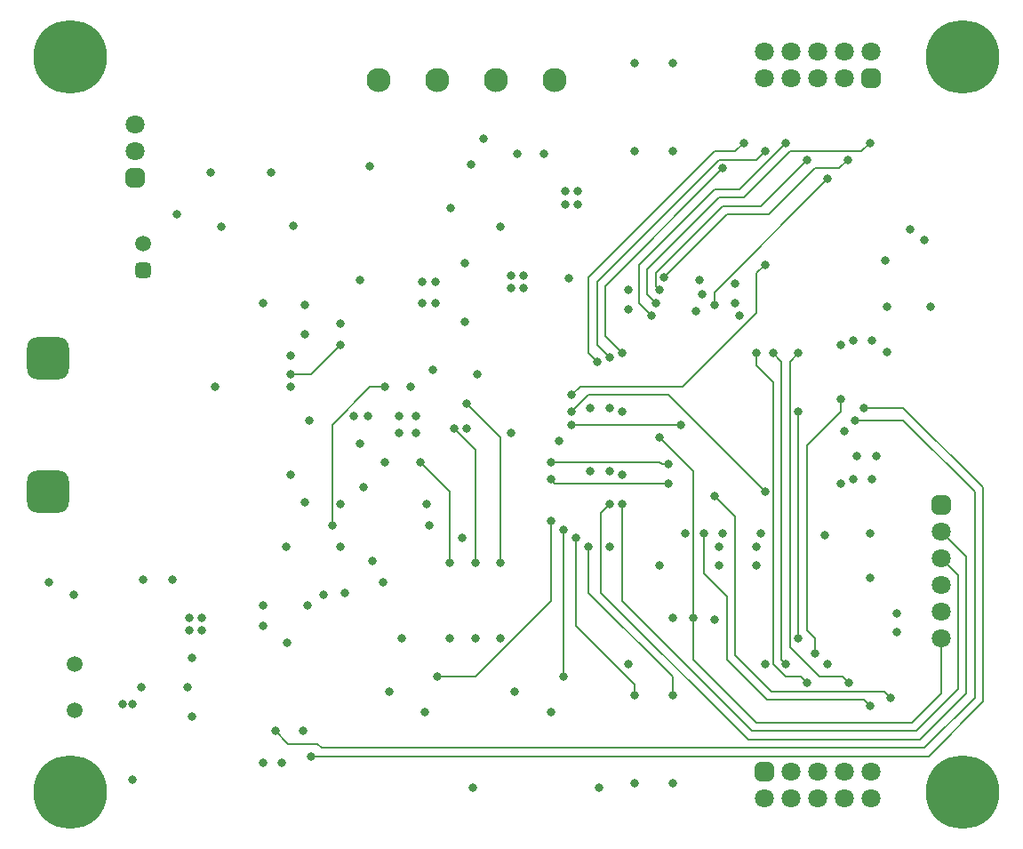
<source format=gbl>
G04*
G04 #@! TF.GenerationSoftware,Altium Limited,Altium Designer,20.2.8 (258)*
G04*
G04 Layer_Physical_Order=4*
G04 Layer_Color=16711680*
%FSLAX44Y44*%
%MOMM*%
G71*
G04*
G04 #@! TF.SameCoordinates,D94C3FF0-480C-42D2-A4DF-6CDED05E9D2A*
G04*
G04*
G04 #@! TF.FilePolarity,Positive*
G04*
G01*
G75*
%ADD11C,0.2000*%
%ADD86C,0.1500*%
%ADD91C,1.8000*%
G04:AMPARAMS|DCode=92|XSize=4mm|YSize=4mm|CornerRadius=1mm|HoleSize=0mm|Usage=FLASHONLY|Rotation=270.000|XOffset=0mm|YOffset=0mm|HoleType=Round|Shape=RoundedRectangle|*
%AMROUNDEDRECTD92*
21,1,4.0000,2.0000,0,0,270.0*
21,1,2.0000,4.0000,0,0,270.0*
1,1,2.0000,-1.0000,-1.0000*
1,1,2.0000,-1.0000,1.0000*
1,1,2.0000,1.0000,1.0000*
1,1,2.0000,1.0000,-1.0000*
%
%ADD92ROUNDEDRECTD92*%
G04:AMPARAMS|DCode=93|XSize=1.5mm|YSize=1.5mm|CornerRadius=0.375mm|HoleSize=0mm|Usage=FLASHONLY|Rotation=90.000|XOffset=0mm|YOffset=0mm|HoleType=Round|Shape=RoundedRectangle|*
%AMROUNDEDRECTD93*
21,1,1.5000,0.7500,0,0,90.0*
21,1,0.7500,1.5000,0,0,90.0*
1,1,0.7500,0.3750,0.3750*
1,1,0.7500,0.3750,-0.3750*
1,1,0.7500,-0.3750,-0.3750*
1,1,0.7500,-0.3750,0.3750*
%
%ADD93ROUNDEDRECTD93*%
%ADD94C,2.3000*%
%ADD95C,1.5000*%
G04:AMPARAMS|DCode=96|XSize=1.8mm|YSize=1.8mm|CornerRadius=0.45mm|HoleSize=0mm|Usage=FLASHONLY|Rotation=90.000|XOffset=0mm|YOffset=0mm|HoleType=Round|Shape=RoundedRectangle|*
%AMROUNDEDRECTD96*
21,1,1.8000,0.9000,0,0,90.0*
21,1,0.9000,1.8000,0,0,90.0*
1,1,0.9000,0.4500,0.4500*
1,1,0.9000,0.4500,-0.4500*
1,1,0.9000,-0.4500,-0.4500*
1,1,0.9000,-0.4500,0.4500*
%
%ADD96ROUNDEDRECTD96*%
G04:AMPARAMS|DCode=97|XSize=1.8mm|YSize=1.8mm|CornerRadius=0.45mm|HoleSize=0mm|Usage=FLASHONLY|Rotation=180.000|XOffset=0mm|YOffset=0mm|HoleType=Round|Shape=RoundedRectangle|*
%AMROUNDEDRECTD97*
21,1,1.8000,0.9000,0,0,180.0*
21,1,0.9000,1.8000,0,0,180.0*
1,1,0.9000,-0.4500,0.4500*
1,1,0.9000,0.4500,0.4500*
1,1,0.9000,0.4500,-0.4500*
1,1,0.9000,-0.4500,-0.4500*
%
%ADD97ROUNDEDRECTD97*%
%ADD98C,7.0000*%
%ADD99C,0.8000*%
D11*
X664000Y114000D02*
Y126000D01*
X772000Y234000D01*
X704000Y56000D02*
Y68000D01*
Y56000D02*
X720000Y40000D01*
Y-228000D02*
Y40000D01*
Y-228000D02*
X732000Y-240000D01*
X746000D01*
X752000Y-246000D01*
X798000Y4000D02*
X844000D01*
X912000Y-64000D01*
Y-260000D02*
Y-64000D01*
X864000Y-308000D02*
X912000Y-260000D01*
X290000Y-308000D02*
X864000D01*
X286000Y-304000D02*
X290000Y-308000D01*
X258000Y-304000D02*
X286000D01*
X246000Y-292000D02*
X258000Y-304000D01*
X576000Y-168000D02*
Y-76000D01*
Y-168000D02*
X700000Y-292000D01*
X856000D01*
X896000Y-252000D01*
Y-143300D01*
X880000Y-127300D02*
X896000Y-143300D01*
X760000Y-218000D02*
Y-204000D01*
X752000Y-196000D02*
X760000Y-204000D01*
X752000Y-196000D02*
Y-20000D01*
X784000Y12000D01*
Y24000D01*
X532000Y-192000D02*
Y-108000D01*
Y-192000D02*
X588000Y-248000D01*
Y-258000D02*
Y-248000D01*
X708000Y208000D02*
X752000Y252000D01*
X672000Y208000D02*
X708000D01*
X608000Y144000D02*
X672000Y208000D01*
X608000Y132000D02*
Y144000D01*
Y132000D02*
X612000Y128000D01*
X783000Y244000D02*
X791000Y252000D01*
X760000Y244000D02*
X783000D01*
X716000Y200000D02*
X760000Y244000D01*
X676000Y200000D02*
X716000D01*
X616000Y140000D02*
X676000Y200000D01*
X654000Y-142000D02*
Y-104000D01*
Y-142000D02*
X676000Y-164000D01*
Y-224000D02*
Y-164000D01*
Y-224000D02*
X714000Y-262000D01*
X806000D01*
X812000Y-268000D01*
X336000Y36000D02*
X350000D01*
X300000Y0D02*
X336000Y36000D01*
X300000Y-96000D02*
Y0D01*
X384000Y-36000D02*
X412000Y-64000D01*
Y-132000D02*
Y-64000D01*
X880000Y-256000D02*
Y-203500D01*
X852000Y-284000D02*
X880000Y-256000D01*
X704000Y-284000D02*
X852000D01*
X612000Y-12000D02*
X644000Y-44000D01*
Y-224000D02*
X704000Y-284000D01*
X644000Y-184000D02*
Y-44000D01*
Y-224000D02*
Y-184000D01*
X280000Y-316000D02*
X868000Y-316000D01*
X920000Y-264000D01*
Y-60000D01*
X844000Y16000D02*
X920000Y-60000D01*
X806000Y16000D02*
X844000D01*
X592000Y116000D02*
X604000Y104000D01*
X592000Y116000D02*
Y152000D01*
X664000Y224000D01*
X688000D01*
X732000Y268000D01*
X732000Y-228000D02*
X732000D01*
X728000Y-224000D02*
X732000Y-228000D01*
X728000Y-224000D02*
Y60000D01*
X720000Y68000D02*
X728000Y60000D01*
X624000Y-258000D02*
Y-240000D01*
X544000Y-160000D02*
X624000Y-240000D01*
X544000Y-160000D02*
Y-116000D01*
X792000Y-246000D02*
X792000D01*
X786000Y-240000D02*
X792000Y-246000D01*
X764000Y-240000D02*
X786000D01*
X736000Y-212000D02*
X764000Y-240000D01*
X736000Y-212000D02*
Y60000D01*
X744000Y68000D01*
X460000Y-132000D02*
Y-12000D01*
X428000Y20000D02*
X460000Y-12000D01*
X544000Y68000D02*
X552000Y60000D01*
X544000Y68000D02*
Y140000D01*
X664000Y260000D01*
X684000D01*
X692000Y268000D01*
X560000Y84000D02*
X576000Y68000D01*
X560000Y84000D02*
Y132000D01*
X672000Y244000D01*
X672000D01*
X520000Y-240000D02*
Y-100000D01*
X880000Y-101900D02*
X904000Y-125900D01*
Y-256000D02*
Y-125900D01*
X860000Y-300000D02*
X904000Y-256000D01*
X696000Y-300000D02*
X860000D01*
X556000Y-160000D02*
X696000Y-300000D01*
X556000Y-160000D02*
Y-84000D01*
X564000Y-76000D01*
X552000Y76000D02*
X564000Y64000D01*
X552000Y76000D02*
Y136000D01*
X668000Y252000D01*
X704000D01*
X712000Y260000D01*
X804000D02*
X812000Y268000D01*
X736000Y260000D02*
X804000D01*
X692000Y216000D02*
X736000Y260000D01*
X668000Y216000D02*
X692000D01*
X600000Y148000D02*
X668000Y216000D01*
X600000Y124000D02*
Y148000D01*
Y124000D02*
X608000Y116000D01*
X260000Y48000D02*
X280000D01*
X308000Y76000D01*
X508000Y-168000D02*
Y-92000D01*
X436000Y-240000D02*
X508000Y-168000D01*
X400000Y-240000D02*
X436000D01*
X416000Y-4000D02*
X436000Y-24000D01*
Y-132000D02*
Y-24000D01*
X744000Y-204000D02*
Y12000D01*
X826000Y-254000D02*
X832000Y-260000D01*
X718000Y-254000D02*
X826000D01*
X684000Y-220000D02*
X718000Y-254000D01*
X684000Y-220000D02*
Y-88000D01*
X664000Y-68000D02*
X684000Y-88000D01*
D86*
X614000Y-38000D02*
X620000D01*
X612000Y-36000D02*
X614000Y-38000D01*
X508000Y-36000D02*
X612000D01*
X528000Y28000D02*
X536000Y36000D01*
X634000D01*
X704000Y106000D01*
Y144000D01*
X712000Y152000D02*
X712000D01*
X704000Y144000D02*
X712000Y152000D01*
X512000Y-56000D02*
X620000D01*
X508000Y-52000D02*
X512000Y-56000D01*
X528000Y12000D02*
X544000Y28000D01*
X620000D01*
X712000Y-64000D01*
X528000Y0D02*
X632000D01*
D91*
X112000Y285400D02*
D03*
X736600Y-330200D02*
D03*
Y-355600D02*
D03*
X787400Y-330200D02*
D03*
Y-355600D02*
D03*
X812800Y-330200D02*
D03*
X880000Y-203500D02*
D03*
Y-127300D02*
D03*
Y-101900D02*
D03*
X762000Y-355600D02*
D03*
Y-330200D02*
D03*
X711200Y355600D02*
D03*
Y330200D02*
D03*
X736600Y355600D02*
D03*
Y330200D02*
D03*
X762000Y355600D02*
D03*
Y330200D02*
D03*
X787400Y355600D02*
D03*
Y330200D02*
D03*
X812800Y355600D02*
D03*
Y-355600D02*
D03*
X711200D02*
D03*
X880000Y-152700D02*
D03*
X112000Y260000D02*
D03*
X880000Y-178100D02*
D03*
D92*
X29000Y-63500D02*
D03*
Y63500D02*
D03*
D93*
X120000Y147300D02*
D03*
D94*
X512000Y328000D02*
D03*
X456000D02*
D03*
X344000D02*
D03*
X400000D02*
D03*
D95*
X120000Y172700D02*
D03*
X54219Y-228029D02*
D03*
Y-271971D02*
D03*
D96*
X112000Y234600D02*
D03*
X880000Y-76500D02*
D03*
D97*
X812800Y330200D02*
D03*
X711200Y-330200D02*
D03*
D98*
X50000Y-350000D02*
D03*
X900000D02*
D03*
Y350000D02*
D03*
X50000D02*
D03*
D99*
X398000Y116000D02*
D03*
X386000D02*
D03*
X398000Y136000D02*
D03*
X386000Y136000D02*
D03*
X482000Y142000D02*
D03*
Y130000D02*
D03*
X470000Y142000D02*
D03*
Y130000D02*
D03*
X110000Y-266000D02*
D03*
X100000Y-266000D02*
D03*
X188000Y36000D02*
D03*
X164000Y-184000D02*
D03*
X176000Y-196000D02*
D03*
X164000D02*
D03*
X176000Y-184000D02*
D03*
X534000Y210000D02*
D03*
X522000Y222000D02*
D03*
X534000D02*
D03*
X522000Y210000D02*
D03*
X348000Y-150000D02*
D03*
X838000Y-198000D02*
D03*
X242000Y240000D02*
D03*
X194000Y188000D02*
D03*
X470000Y-8000D02*
D03*
X668000Y-134000D02*
D03*
X664000Y114000D02*
D03*
X772000Y234000D02*
D03*
X708000Y-104000D02*
D03*
X388000Y-274000D02*
D03*
X588000Y-342000D02*
D03*
X474000Y-254000D02*
D03*
X274000Y-74000D02*
D03*
X704000Y68000D02*
D03*
X752000Y-246000D02*
D03*
X334000Y8000D02*
D03*
X672000Y-104000D02*
D03*
X438000Y48000D02*
D03*
X812000Y-104000D02*
D03*
X814000Y-52000D02*
D03*
Y80000D02*
D03*
X798000Y4000D02*
D03*
X246000Y-292000D02*
D03*
X508000Y-274000D02*
D03*
X624000Y-342000D02*
D03*
X162000Y-250000D02*
D03*
X278000Y4000D02*
D03*
X434000Y-346000D02*
D03*
X769000Y-105000D02*
D03*
X784000Y76000D02*
D03*
X576000Y-48000D02*
D03*
X432000Y248000D02*
D03*
X582000Y128000D02*
D03*
X684000Y134000D02*
D03*
X664000Y-186000D02*
D03*
X620000Y-38000D02*
D03*
X508000Y-36000D02*
D03*
X276000Y-172000D02*
D03*
X800000Y-30000D02*
D03*
X564000Y16000D02*
D03*
X392000Y-96000D02*
D03*
X576000Y-76000D02*
D03*
X760000Y-218000D02*
D03*
X784000Y24000D02*
D03*
X582000Y-228000D02*
D03*
X260000Y-48000D02*
D03*
X110000Y-338000D02*
D03*
X502000Y258000D02*
D03*
X330000Y-60000D02*
D03*
X624000Y260000D02*
D03*
X308000Y-116000D02*
D03*
X532000Y-108000D02*
D03*
X588000Y-258000D02*
D03*
X752000Y252000D02*
D03*
X612000Y128000D02*
D03*
X791000Y252000D02*
D03*
X616000Y140000D02*
D03*
X257000Y-208000D02*
D03*
X476000Y258000D02*
D03*
X444000Y272000D02*
D03*
X184000Y240000D02*
D03*
X166000Y-222000D02*
D03*
X650000Y138000D02*
D03*
X704000Y-134000D02*
D03*
X554000Y-346000D02*
D03*
X624000Y-184000D02*
D03*
X870000Y112000D02*
D03*
X260000Y36000D02*
D03*
X272000Y-292000D02*
D03*
X374500Y36000D02*
D03*
X354000Y-254000D02*
D03*
X166000Y-278000D02*
D03*
X234000Y-172000D02*
D03*
X546000Y-44000D02*
D03*
X588000Y260000D02*
D03*
X654000Y-104000D02*
D03*
X812000Y-268000D02*
D03*
X350000Y36000D02*
D03*
X300000Y-96000D02*
D03*
X384000Y-36000D02*
D03*
X412000Y-132000D02*
D03*
X612000Y-12000D02*
D03*
X644000Y-184000D02*
D03*
X525000Y139000D02*
D03*
X413000Y206500D02*
D03*
X646000Y108000D02*
D03*
X366000Y-204000D02*
D03*
X624000Y344000D02*
D03*
X390000Y-76000D02*
D03*
X460000Y188000D02*
D03*
X528000Y28000D02*
D03*
X712000Y152000D02*
D03*
X620000Y-56000D02*
D03*
X508000Y-52000D02*
D03*
X118000Y-250000D02*
D03*
X280000Y-316000D02*
D03*
X806000Y16000D02*
D03*
X604000Y104000D02*
D03*
X732000Y268000D02*
D03*
X784000Y-56000D02*
D03*
X326000Y138000D02*
D03*
X234000Y116000D02*
D03*
X234000Y-192000D02*
D03*
X827000Y156000D02*
D03*
X252000Y-322000D02*
D03*
X850000Y186000D02*
D03*
X668000Y-116000D02*
D03*
X308000Y96000D02*
D03*
X396000Y52000D02*
D03*
X732000Y-228000D02*
D03*
X720000Y68000D02*
D03*
X624000Y-258000D02*
D03*
X544000Y-116000D02*
D03*
X350000Y-36000D02*
D03*
X120000Y-148000D02*
D03*
X426000Y154000D02*
D03*
X260000Y66000D02*
D03*
X792000Y-246000D02*
D03*
X744000Y68000D02*
D03*
X460000Y-132000D02*
D03*
X428000Y20000D02*
D03*
X552000Y60000D02*
D03*
X692000Y268000D02*
D03*
X576000Y68000D02*
D03*
X672000Y244000D02*
D03*
X828000Y69000D02*
D03*
X788000Y-6000D02*
D03*
X576000Y12000D02*
D03*
X412000Y-204000D02*
D03*
X256000Y-116000D02*
D03*
X864000Y176000D02*
D03*
X274000Y114000D02*
D03*
X234000Y-322000D02*
D03*
X546000Y16000D02*
D03*
X564000Y-116000D02*
D03*
X796000Y-52000D02*
D03*
X684000Y116000D02*
D03*
X520000Y-240000D02*
D03*
Y-100000D02*
D03*
X380000Y-8000D02*
D03*
Y8000D02*
D03*
X364000Y-8000D02*
D03*
Y8000D02*
D03*
X336000Y246000D02*
D03*
X148000Y-148000D02*
D03*
X274000Y86000D02*
D03*
X312000Y-160000D02*
D03*
X772000Y-228000D02*
D03*
X838000Y-180000D02*
D03*
X320000Y8000D02*
D03*
X428000Y-4000D02*
D03*
X516000Y-16000D02*
D03*
X564000Y-76000D02*
D03*
X564000Y64000D02*
D03*
X712000Y260000D02*
D03*
X812000Y268000D02*
D03*
X608000Y116000D02*
D03*
X688000Y104000D02*
D03*
X308000Y-76000D02*
D03*
X588000Y344000D02*
D03*
X30000Y-150000D02*
D03*
X426000Y98000D02*
D03*
X828000Y112000D02*
D03*
X818000Y-30000D02*
D03*
X612000Y-134000D02*
D03*
X260000Y48000D02*
D03*
X308000Y76000D02*
D03*
X812000Y-146000D02*
D03*
X796000Y80000D02*
D03*
X704000Y-116000D02*
D03*
X436000Y-204000D02*
D03*
X424000Y-108000D02*
D03*
X508000Y-92000D02*
D03*
X400000Y-240000D02*
D03*
X416000Y-4000D02*
D03*
X436000Y-132000D02*
D03*
X744000Y12000D02*
D03*
Y-204000D02*
D03*
X263000Y189500D02*
D03*
X636000Y-104000D02*
D03*
X152000Y200000D02*
D03*
X292000Y-162000D02*
D03*
X338000Y-130000D02*
D03*
X712000Y-228000D02*
D03*
X564000Y-44000D02*
D03*
X326000Y-18000D02*
D03*
X832000Y-260000D02*
D03*
X664000Y-68000D02*
D03*
X460000Y-204000D02*
D03*
X54000Y-162000D02*
D03*
X528000Y12000D02*
D03*
X712000Y-64000D02*
D03*
X528000Y0D02*
D03*
X632000D02*
D03*
X582000Y110000D02*
D03*
X652000Y124000D02*
D03*
M02*

</source>
